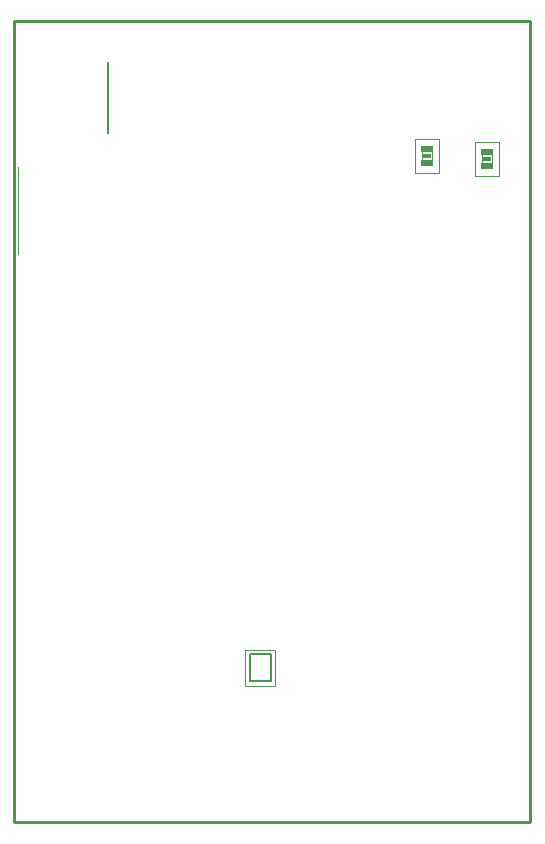
<source format=gm1>
G04 Layer_Color=16711935*
%FSLAX25Y25*%
%MOIN*%
G70*
G01*
G75*
%ADD28C,0.01000*%
%ADD42C,0.00500*%
%ADD46C,0.00600*%
%ADD47C,0.00200*%
%ADD77C,0.00394*%
%ADD78C,0.00400*%
%ADD79C,0.00197*%
G36*
X158681Y220367D02*
X156317D01*
Y221942D01*
X158681D01*
Y220367D01*
D02*
G37*
G36*
X139390Y218885D02*
X135648D01*
Y220852D01*
X139390D01*
Y218885D01*
D02*
G37*
G36*
X159390Y217885D02*
X155648D01*
Y219852D01*
X159390D01*
Y217885D01*
D02*
G37*
G36*
X139390Y223485D02*
X135650D01*
Y225454D01*
X139390D01*
Y223485D01*
D02*
G37*
G36*
X159390Y222485D02*
X155650D01*
Y224454D01*
X159390D01*
Y222485D01*
D02*
G37*
G36*
X138681Y221367D02*
X136317D01*
Y222942D01*
X138681D01*
Y221367D01*
D02*
G37*
D28*
X0Y267000D02*
X172000D01*
X0Y0D02*
Y267000D01*
Y0D02*
X172000D01*
Y267000D01*
D42*
X85500Y47000D02*
Y56000D01*
X78500Y47000D02*
X85500D01*
X78500D02*
Y56000D01*
X85500D01*
D46*
X31299Y229689D02*
Y253311D01*
D47*
X153630Y226953D02*
X161370D01*
X153630Y215354D02*
Y226953D01*
Y215354D02*
X161370D01*
Y226953D01*
X133630Y227953D02*
X141370D01*
X133630Y216354D02*
Y227953D01*
Y216354D02*
X141370D01*
Y227953D01*
D77*
X1264Y189406D02*
Y218539D01*
D78*
X155850Y219752D02*
Y222555D01*
X159201Y219752D02*
Y222555D01*
X135850Y220752D02*
Y223555D01*
X139201Y220752D02*
Y223555D01*
D79*
X87000Y45500D02*
Y57500D01*
X77000Y45500D02*
X87000D01*
X77000D02*
Y57500D01*
X87000D01*
M02*

</source>
